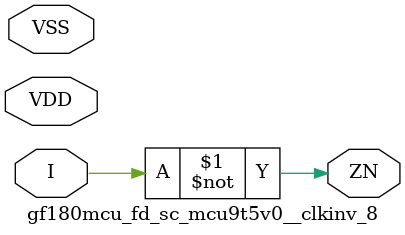
<source format=v>

module gf180mcu_fd_sc_mcu9t5v0__clkinv_8( I, ZN, VDD, VSS );
input I;
inout VDD, VSS;
output ZN;

	not MGM_BG_0( ZN, I );

endmodule

</source>
